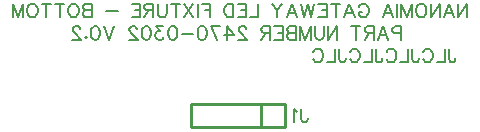
<source format=gbo>
G04 Layer: BottomSilkscreenLayer*
G04 EasyEDA v6.5.29, 2023-07-18 11:26:45*
G04 33fdc5552a5a4075a23771e626d16e97,5a6b42c53f6a479593ecc07194224c93,10*
G04 Gerber Generator version 0.2*
G04 Scale: 100 percent, Rotated: No, Reflected: No *
G04 Dimensions in millimeters *
G04 leading zeros omitted , absolute positions ,4 integer and 5 decimal *
%FSLAX45Y45*%
%MOMM*%

%ADD10C,0.2032*%
%ADD11C,0.1524*%
%ADD12C,0.2540*%

%LPD*%
D10*
X3818890Y11462258D02*
G01*
X3818890Y11374881D01*
X3824477Y11358626D01*
X3829811Y11353037D01*
X3840734Y11347704D01*
X3851656Y11347704D01*
X3862577Y11353037D01*
X3868165Y11358626D01*
X3873500Y11374881D01*
X3873500Y11385804D01*
X3783075Y11462258D02*
G01*
X3783075Y11347704D01*
X3783075Y11347704D02*
G01*
X3717543Y11347704D01*
X3599688Y11434826D02*
G01*
X3605022Y11445747D01*
X3615943Y11456670D01*
X3626865Y11462258D01*
X3648709Y11462258D01*
X3659631Y11456670D01*
X3670554Y11445747D01*
X3676141Y11434826D01*
X3681475Y11418570D01*
X3681475Y11391392D01*
X3676141Y11374881D01*
X3670554Y11363960D01*
X3659631Y11353037D01*
X3648709Y11347704D01*
X3626865Y11347704D01*
X3615943Y11353037D01*
X3605022Y11363960D01*
X3599688Y11374881D01*
X3509263Y11462258D02*
G01*
X3509263Y11374881D01*
X3514597Y11358626D01*
X3519931Y11353037D01*
X3530854Y11347704D01*
X3541775Y11347704D01*
X3552697Y11353037D01*
X3558286Y11358626D01*
X3563620Y11374881D01*
X3563620Y11385804D01*
X3473195Y11462258D02*
G01*
X3473195Y11347704D01*
X3473195Y11347704D02*
G01*
X3407663Y11347704D01*
X3289808Y11434826D02*
G01*
X3295395Y11445747D01*
X3306318Y11456670D01*
X3317240Y11462258D01*
X3338829Y11462258D01*
X3349752Y11456670D01*
X3360674Y11445747D01*
X3366261Y11434826D01*
X3371595Y11418570D01*
X3371595Y11391392D01*
X3366261Y11374881D01*
X3360674Y11363960D01*
X3349752Y11353037D01*
X3338829Y11347704D01*
X3317240Y11347704D01*
X3306318Y11353037D01*
X3295395Y11363960D01*
X3289808Y11374881D01*
X3199384Y11462258D02*
G01*
X3199384Y11374881D01*
X3204718Y11358626D01*
X3210306Y11353037D01*
X3221227Y11347704D01*
X3232150Y11347704D01*
X3243072Y11353037D01*
X3248406Y11358626D01*
X3253740Y11374881D01*
X3253740Y11385804D01*
X3163315Y11462258D02*
G01*
X3163315Y11347704D01*
X3163315Y11347704D02*
G01*
X3097784Y11347704D01*
X2979927Y11434826D02*
G01*
X2985515Y11445747D01*
X2996438Y11456670D01*
X3007359Y11462258D01*
X3029204Y11462258D01*
X3040125Y11456670D01*
X3051047Y11445747D01*
X3056381Y11434826D01*
X3061970Y11418570D01*
X3061970Y11391392D01*
X3056381Y11374881D01*
X3051047Y11363960D01*
X3040125Y11353037D01*
X3029204Y11347704D01*
X3007359Y11347704D01*
X2996438Y11353037D01*
X2985515Y11363960D01*
X2979927Y11374881D01*
X2889504Y11462258D02*
G01*
X2889504Y11374881D01*
X2894838Y11358626D01*
X2900425Y11353037D01*
X2911347Y11347704D01*
X2922270Y11347704D01*
X2933191Y11353037D01*
X2938525Y11358626D01*
X2944113Y11374881D01*
X2944113Y11385804D01*
X2853436Y11462258D02*
G01*
X2853436Y11347704D01*
X2853436Y11347704D02*
G01*
X2788158Y11347704D01*
X2670302Y11434826D02*
G01*
X2675636Y11445747D01*
X2686558Y11456670D01*
X2697479Y11462258D01*
X2719324Y11462258D01*
X2730245Y11456670D01*
X2741168Y11445747D01*
X2746502Y11434826D01*
X2752090Y11418570D01*
X2752090Y11391392D01*
X2746502Y11374881D01*
X2741168Y11363960D01*
X2730245Y11353037D01*
X2719324Y11347704D01*
X2697479Y11347704D01*
X2686558Y11353037D01*
X2675636Y11363960D01*
X2670302Y11374881D01*
X3975100Y11843189D02*
G01*
X3975100Y11728645D01*
X3975100Y11843189D02*
G01*
X3898737Y11728645D01*
X3898737Y11843189D02*
G01*
X3898737Y11728645D01*
X3819100Y11843189D02*
G01*
X3862735Y11728645D01*
X3819100Y11843189D02*
G01*
X3775463Y11728645D01*
X3846372Y11766826D02*
G01*
X3791828Y11766826D01*
X3739464Y11843189D02*
G01*
X3739464Y11728645D01*
X3739464Y11843189D02*
G01*
X3663101Y11728645D01*
X3663101Y11843189D02*
G01*
X3663101Y11728645D01*
X3594374Y11843189D02*
G01*
X3605283Y11837736D01*
X3616190Y11826826D01*
X3621646Y11815917D01*
X3627099Y11799554D01*
X3627099Y11772282D01*
X3621646Y11755917D01*
X3616190Y11745008D01*
X3605283Y11734098D01*
X3594374Y11728645D01*
X3572555Y11728645D01*
X3561646Y11734098D01*
X3550737Y11745008D01*
X3545283Y11755917D01*
X3539827Y11772282D01*
X3539827Y11799554D01*
X3545283Y11815917D01*
X3550737Y11826826D01*
X3561646Y11837736D01*
X3572555Y11843189D01*
X3594374Y11843189D01*
X3503828Y11843189D02*
G01*
X3503828Y11728645D01*
X3503828Y11843189D02*
G01*
X3460191Y11728645D01*
X3416556Y11843189D02*
G01*
X3460191Y11728645D01*
X3416556Y11843189D02*
G01*
X3416556Y11728645D01*
X3380554Y11843189D02*
G01*
X3380554Y11728645D01*
X3300920Y11843189D02*
G01*
X3344555Y11728645D01*
X3300920Y11843189D02*
G01*
X3257283Y11728645D01*
X3328192Y11766826D02*
G01*
X3273645Y11766826D01*
X3055465Y11815917D02*
G01*
X3060920Y11826826D01*
X3071830Y11837736D01*
X3082737Y11843189D01*
X3104555Y11843189D01*
X3115464Y11837736D01*
X3126374Y11826826D01*
X3131830Y11815917D01*
X3137283Y11799554D01*
X3137283Y11772282D01*
X3131830Y11755917D01*
X3126374Y11745008D01*
X3115464Y11734098D01*
X3104555Y11728645D01*
X3082737Y11728645D01*
X3071830Y11734098D01*
X3060920Y11745008D01*
X3055465Y11755917D01*
X3055465Y11772282D01*
X3082737Y11772282D02*
G01*
X3055465Y11772282D01*
X2975828Y11843189D02*
G01*
X3019465Y11728645D01*
X2975828Y11843189D02*
G01*
X2932193Y11728645D01*
X3003102Y11766826D02*
G01*
X2948556Y11766826D01*
X2858010Y11843189D02*
G01*
X2858010Y11728645D01*
X2896191Y11843189D02*
G01*
X2819829Y11843189D01*
X2783829Y11843189D02*
G01*
X2783829Y11728645D01*
X2783829Y11843189D02*
G01*
X2712920Y11843189D01*
X2783829Y11788645D02*
G01*
X2740192Y11788645D01*
X2783829Y11728645D02*
G01*
X2712920Y11728645D01*
X2676921Y11843189D02*
G01*
X2649649Y11728645D01*
X2622374Y11843189D02*
G01*
X2649649Y11728645D01*
X2622374Y11843189D02*
G01*
X2595102Y11728645D01*
X2567830Y11843189D02*
G01*
X2595102Y11728645D01*
X2488194Y11843189D02*
G01*
X2531831Y11728645D01*
X2488194Y11843189D02*
G01*
X2444556Y11728645D01*
X2515466Y11766826D02*
G01*
X2460922Y11766826D01*
X2408557Y11843189D02*
G01*
X2364920Y11788645D01*
X2364920Y11728645D01*
X2321285Y11843189D02*
G01*
X2364920Y11788645D01*
X2201285Y11843189D02*
G01*
X2201285Y11728645D01*
X2201285Y11728645D02*
G01*
X2135830Y11728645D01*
X2099830Y11843189D02*
G01*
X2099830Y11728645D01*
X2099830Y11843189D02*
G01*
X2028921Y11843189D01*
X2099830Y11788645D02*
G01*
X2056193Y11788645D01*
X2099830Y11728645D02*
G01*
X2028921Y11728645D01*
X1992922Y11843189D02*
G01*
X1992922Y11728645D01*
X1992922Y11843189D02*
G01*
X1954740Y11843189D01*
X1938375Y11837736D01*
X1927468Y11826826D01*
X1922012Y11815917D01*
X1916559Y11799554D01*
X1916559Y11772282D01*
X1922012Y11755917D01*
X1927468Y11745008D01*
X1938375Y11734098D01*
X1954740Y11728645D01*
X1992922Y11728645D01*
X1796559Y11843189D02*
G01*
X1796559Y11728645D01*
X1796559Y11843189D02*
G01*
X1725650Y11843189D01*
X1796559Y11788645D02*
G01*
X1752922Y11788645D01*
X1689651Y11843189D02*
G01*
X1689651Y11728645D01*
X1653649Y11843189D02*
G01*
X1577286Y11728645D01*
X1577286Y11843189D02*
G01*
X1653649Y11728645D01*
X1503105Y11843189D02*
G01*
X1503105Y11728645D01*
X1541287Y11843189D02*
G01*
X1464922Y11843189D01*
X1428922Y11843189D02*
G01*
X1428922Y11761373D01*
X1423469Y11745008D01*
X1412560Y11734098D01*
X1396194Y11728645D01*
X1385288Y11728645D01*
X1368922Y11734098D01*
X1358013Y11745008D01*
X1352560Y11761373D01*
X1352560Y11843189D01*
X1316560Y11843189D02*
G01*
X1316560Y11728645D01*
X1316560Y11843189D02*
G01*
X1267470Y11843189D01*
X1251104Y11837736D01*
X1245651Y11832282D01*
X1240195Y11821373D01*
X1240195Y11810464D01*
X1245651Y11799554D01*
X1251104Y11794098D01*
X1267470Y11788645D01*
X1316560Y11788645D01*
X1278376Y11788645D02*
G01*
X1240195Y11728645D01*
X1204196Y11843189D02*
G01*
X1204196Y11728645D01*
X1204196Y11843189D02*
G01*
X1133287Y11843189D01*
X1204196Y11788645D02*
G01*
X1160559Y11788645D01*
X1204196Y11728645D02*
G01*
X1133287Y11728645D01*
X1013287Y11777736D02*
G01*
X915106Y11777736D01*
X795106Y11843189D02*
G01*
X795106Y11728645D01*
X795106Y11843189D02*
G01*
X746015Y11843189D01*
X729653Y11837736D01*
X724197Y11832282D01*
X718743Y11821373D01*
X718743Y11810464D01*
X724197Y11799554D01*
X729653Y11794098D01*
X746015Y11788645D01*
X795106Y11788645D02*
G01*
X746015Y11788645D01*
X729653Y11783189D01*
X724197Y11777736D01*
X718743Y11766826D01*
X718743Y11750464D01*
X724197Y11739554D01*
X729653Y11734098D01*
X746015Y11728645D01*
X795106Y11728645D01*
X650016Y11843189D02*
G01*
X660925Y11837736D01*
X671835Y11826826D01*
X677288Y11815917D01*
X682741Y11799554D01*
X682741Y11772282D01*
X677288Y11755917D01*
X671835Y11745008D01*
X660925Y11734098D01*
X650016Y11728645D01*
X628197Y11728645D01*
X617288Y11734098D01*
X606379Y11745008D01*
X600925Y11755917D01*
X595469Y11772282D01*
X595469Y11799554D01*
X600925Y11815917D01*
X606379Y11826826D01*
X617288Y11837736D01*
X628197Y11843189D01*
X650016Y11843189D01*
X521289Y11843189D02*
G01*
X521289Y11728645D01*
X559470Y11843189D02*
G01*
X483107Y11843189D01*
X408924Y11843189D02*
G01*
X408924Y11728645D01*
X447106Y11843189D02*
G01*
X370743Y11843189D01*
X302016Y11843189D02*
G01*
X312925Y11837736D01*
X323834Y11826826D01*
X329288Y11815917D01*
X334744Y11799554D01*
X334744Y11772282D01*
X329288Y11755917D01*
X323834Y11745008D01*
X312925Y11734098D01*
X302016Y11728645D01*
X280197Y11728645D01*
X269288Y11734098D01*
X258378Y11745008D01*
X252925Y11755917D01*
X247472Y11772282D01*
X247472Y11799554D01*
X252925Y11815917D01*
X258378Y11826826D01*
X269288Y11837736D01*
X280197Y11843189D01*
X302016Y11843189D01*
X211470Y11843189D02*
G01*
X211470Y11728645D01*
X211470Y11843189D02*
G01*
X167835Y11728645D01*
X124198Y11843189D02*
G01*
X167835Y11728645D01*
X124198Y11843189D02*
G01*
X124198Y11728645D01*
X3416300Y11652689D02*
G01*
X3416300Y11538145D01*
X3416300Y11652689D02*
G01*
X3367209Y11652689D01*
X3350846Y11647236D01*
X3345390Y11641782D01*
X3339937Y11630873D01*
X3339937Y11614508D01*
X3345390Y11603598D01*
X3350846Y11598145D01*
X3367209Y11592689D01*
X3416300Y11592689D01*
X3260300Y11652689D02*
G01*
X3303935Y11538145D01*
X3260300Y11652689D02*
G01*
X3216663Y11538145D01*
X3287572Y11576326D02*
G01*
X3233028Y11576326D01*
X3180664Y11652689D02*
G01*
X3180664Y11538145D01*
X3180664Y11652689D02*
G01*
X3131573Y11652689D01*
X3115210Y11647236D01*
X3109755Y11641782D01*
X3104301Y11630873D01*
X3104301Y11619964D01*
X3109755Y11609054D01*
X3115210Y11603598D01*
X3131573Y11598145D01*
X3180664Y11598145D01*
X3142482Y11598145D02*
G01*
X3104301Y11538145D01*
X3030118Y11652689D02*
G01*
X3030118Y11538145D01*
X3068299Y11652689D02*
G01*
X2991937Y11652689D01*
X2871937Y11652689D02*
G01*
X2871937Y11538145D01*
X2871937Y11652689D02*
G01*
X2795574Y11538145D01*
X2795574Y11652689D02*
G01*
X2795574Y11538145D01*
X2759572Y11652689D02*
G01*
X2759572Y11570873D01*
X2754119Y11554508D01*
X2743210Y11543598D01*
X2726847Y11538145D01*
X2715938Y11538145D01*
X2699572Y11543598D01*
X2688666Y11554508D01*
X2683210Y11570873D01*
X2683210Y11652689D01*
X2647210Y11652689D02*
G01*
X2647210Y11538145D01*
X2647210Y11652689D02*
G01*
X2603573Y11538145D01*
X2559938Y11652689D02*
G01*
X2603573Y11538145D01*
X2559938Y11652689D02*
G01*
X2559938Y11538145D01*
X2523937Y11652689D02*
G01*
X2523937Y11538145D01*
X2523937Y11652689D02*
G01*
X2474846Y11652689D01*
X2458483Y11647236D01*
X2453030Y11641782D01*
X2447574Y11630873D01*
X2447574Y11619964D01*
X2453030Y11609054D01*
X2458483Y11603598D01*
X2474846Y11598145D01*
X2523937Y11598145D02*
G01*
X2474846Y11598145D01*
X2458483Y11592689D01*
X2453030Y11587236D01*
X2447574Y11576326D01*
X2447574Y11559964D01*
X2453030Y11549054D01*
X2458483Y11543598D01*
X2474846Y11538145D01*
X2523937Y11538145D01*
X2411575Y11652689D02*
G01*
X2411575Y11538145D01*
X2411575Y11652689D02*
G01*
X2340665Y11652689D01*
X2411575Y11598145D02*
G01*
X2367937Y11598145D01*
X2411575Y11538145D02*
G01*
X2340665Y11538145D01*
X2304666Y11652689D02*
G01*
X2304666Y11538145D01*
X2304666Y11652689D02*
G01*
X2255575Y11652689D01*
X2239210Y11647236D01*
X2233757Y11641782D01*
X2228301Y11630873D01*
X2228301Y11619964D01*
X2233757Y11609054D01*
X2239210Y11603598D01*
X2255575Y11598145D01*
X2304666Y11598145D01*
X2266485Y11598145D02*
G01*
X2228301Y11538145D01*
X2102848Y11625417D02*
G01*
X2102848Y11630873D01*
X2097392Y11641782D01*
X2091938Y11647236D01*
X2081029Y11652689D01*
X2059211Y11652689D01*
X2048301Y11647236D01*
X2042848Y11641782D01*
X2037392Y11630873D01*
X2037392Y11619964D01*
X2042848Y11609054D01*
X2053757Y11592689D01*
X2108301Y11538145D01*
X2031939Y11538145D01*
X1941393Y11652689D02*
G01*
X1995939Y11576326D01*
X1914121Y11576326D01*
X1941393Y11652689D02*
G01*
X1941393Y11538145D01*
X1801756Y11652689D02*
G01*
X1856303Y11538145D01*
X1878121Y11652689D02*
G01*
X1801756Y11652689D01*
X1733031Y11652689D02*
G01*
X1749394Y11647236D01*
X1760303Y11630873D01*
X1765757Y11603598D01*
X1765757Y11587236D01*
X1760303Y11559964D01*
X1749394Y11543598D01*
X1733031Y11538145D01*
X1722122Y11538145D01*
X1705757Y11543598D01*
X1694848Y11559964D01*
X1689394Y11587236D01*
X1689394Y11603598D01*
X1694848Y11630873D01*
X1705757Y11647236D01*
X1722122Y11652689D01*
X1733031Y11652689D01*
X1653395Y11587236D02*
G01*
X1555214Y11587236D01*
X1486486Y11652689D02*
G01*
X1502849Y11647236D01*
X1513758Y11630873D01*
X1519212Y11603598D01*
X1519212Y11587236D01*
X1513758Y11559964D01*
X1502849Y11543598D01*
X1486486Y11538145D01*
X1475577Y11538145D01*
X1459212Y11543598D01*
X1448302Y11559964D01*
X1442849Y11587236D01*
X1442849Y11603598D01*
X1448302Y11630873D01*
X1459212Y11647236D01*
X1475577Y11652689D01*
X1486486Y11652689D01*
X1395940Y11652689D02*
G01*
X1335940Y11652689D01*
X1368668Y11609054D01*
X1352303Y11609054D01*
X1341394Y11603598D01*
X1335940Y11598145D01*
X1330485Y11581782D01*
X1330485Y11570873D01*
X1335940Y11554508D01*
X1346850Y11543598D01*
X1363212Y11538145D01*
X1379575Y11538145D01*
X1395940Y11543598D01*
X1401394Y11549054D01*
X1406850Y11559964D01*
X1261757Y11652689D02*
G01*
X1278122Y11647236D01*
X1289032Y11630873D01*
X1294485Y11603598D01*
X1294485Y11587236D01*
X1289032Y11559964D01*
X1278122Y11543598D01*
X1261757Y11538145D01*
X1250850Y11538145D01*
X1234485Y11543598D01*
X1223576Y11559964D01*
X1218123Y11587236D01*
X1218123Y11603598D01*
X1223576Y11630873D01*
X1234485Y11647236D01*
X1250850Y11652689D01*
X1261757Y11652689D01*
X1176667Y11625417D02*
G01*
X1176667Y11630873D01*
X1171214Y11641782D01*
X1165758Y11647236D01*
X1154849Y11652689D01*
X1133033Y11652689D01*
X1122123Y11647236D01*
X1116667Y11641782D01*
X1111214Y11630873D01*
X1111214Y11619964D01*
X1116667Y11609054D01*
X1127577Y11592689D01*
X1182123Y11538145D01*
X1105758Y11538145D01*
X985758Y11652689D02*
G01*
X942124Y11538145D01*
X898486Y11652689D02*
G01*
X942124Y11538145D01*
X829759Y11652689D02*
G01*
X846122Y11647236D01*
X857031Y11630873D01*
X862487Y11603598D01*
X862487Y11587236D01*
X857031Y11559964D01*
X846122Y11543598D01*
X829759Y11538145D01*
X818850Y11538145D01*
X802487Y11543598D01*
X791578Y11559964D01*
X786122Y11587236D01*
X786122Y11603598D01*
X791578Y11630873D01*
X802487Y11647236D01*
X818850Y11652689D01*
X829759Y11652689D01*
X744669Y11565417D02*
G01*
X750122Y11559964D01*
X744669Y11554508D01*
X739213Y11559964D01*
X744669Y11565417D01*
X697760Y11625417D02*
G01*
X697760Y11630873D01*
X692304Y11641782D01*
X686851Y11647236D01*
X675942Y11652689D01*
X654123Y11652689D01*
X643214Y11647236D01*
X637760Y11641782D01*
X632305Y11630873D01*
X632305Y11619964D01*
X637760Y11609054D01*
X648670Y11592689D01*
X703214Y11538145D01*
X626851Y11538145D01*
D11*
X2569044Y10948438D02*
G01*
X2569044Y10865312D01*
X2574241Y10849724D01*
X2579436Y10844529D01*
X2589827Y10839335D01*
X2600218Y10839335D01*
X2610609Y10844529D01*
X2615806Y10849724D01*
X2621000Y10865312D01*
X2621000Y10875703D01*
X2534754Y10927656D02*
G01*
X2524366Y10932853D01*
X2508778Y10948438D01*
X2508778Y10839335D01*
D12*
X2228900Y10998200D02*
G01*
X2228900Y10807700D01*
X2431999Y10996599D02*
G01*
X1632000Y10996599D01*
X1632000Y10796600D01*
X2431999Y10796600D01*
X2431999Y10996599D01*
M02*

</source>
